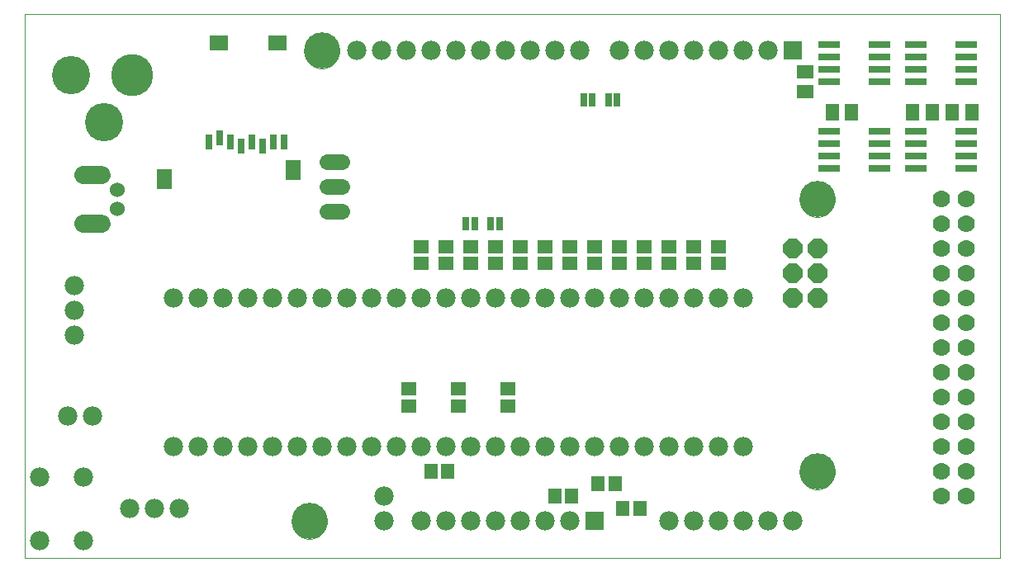
<source format=gbs>
G75*
G70*
%OFA0B0*%
%FSLAX24Y24*%
%IPPOS*%
%LPD*%
%AMOC8*
5,1,8,0,0,1.08239X$1,22.5*
%
%ADD10C,0.0000*%
%ADD11C,0.1457*%
%ADD12C,0.0780*%
%ADD13R,0.0780X0.0780*%
%ADD14OC8,0.0780*%
%ADD15C,0.0600*%
%ADD16C,0.1700*%
%ADD17C,0.1542*%
%ADD18C,0.0745*%
%ADD19C,0.0640*%
%ADD20C,0.0700*%
%ADD21R,0.0591X0.0788*%
%ADD22R,0.0749X0.0591*%
%ADD23R,0.0316X0.0631*%
%ADD24R,0.0906X0.0276*%
%ADD25R,0.0552X0.0670*%
%ADD26R,0.0670X0.0552*%
%ADD27R,0.0290X0.0540*%
%ADD28R,0.0631X0.0552*%
%ADD29R,0.0552X0.0631*%
D10*
X001500Y003413D02*
X001500Y025409D01*
X040870Y025409D01*
X040870Y003413D01*
X001500Y003413D01*
X012291Y004913D02*
X012293Y004966D01*
X012299Y005019D01*
X012309Y005071D01*
X012322Y005122D01*
X012340Y005172D01*
X012361Y005221D01*
X012386Y005268D01*
X012414Y005312D01*
X012446Y005355D01*
X012480Y005395D01*
X012518Y005433D01*
X012558Y005467D01*
X012601Y005499D01*
X012646Y005527D01*
X012692Y005552D01*
X012741Y005573D01*
X012791Y005591D01*
X012842Y005604D01*
X012894Y005614D01*
X012947Y005620D01*
X013000Y005622D01*
X013053Y005620D01*
X013106Y005614D01*
X013158Y005604D01*
X013209Y005591D01*
X013259Y005573D01*
X013308Y005552D01*
X013355Y005527D01*
X013399Y005499D01*
X013442Y005467D01*
X013482Y005433D01*
X013520Y005395D01*
X013554Y005355D01*
X013586Y005312D01*
X013614Y005267D01*
X013639Y005221D01*
X013660Y005172D01*
X013678Y005122D01*
X013691Y005071D01*
X013701Y005019D01*
X013707Y004966D01*
X013709Y004913D01*
X013707Y004860D01*
X013701Y004807D01*
X013691Y004755D01*
X013678Y004704D01*
X013660Y004654D01*
X013639Y004605D01*
X013614Y004558D01*
X013586Y004514D01*
X013554Y004471D01*
X013520Y004431D01*
X013482Y004393D01*
X013442Y004359D01*
X013399Y004327D01*
X013354Y004299D01*
X013308Y004274D01*
X013259Y004253D01*
X013209Y004235D01*
X013158Y004222D01*
X013106Y004212D01*
X013053Y004206D01*
X013000Y004204D01*
X012947Y004206D01*
X012894Y004212D01*
X012842Y004222D01*
X012791Y004235D01*
X012741Y004253D01*
X012692Y004274D01*
X012645Y004299D01*
X012601Y004327D01*
X012558Y004359D01*
X012518Y004393D01*
X012480Y004431D01*
X012446Y004471D01*
X012414Y004514D01*
X012386Y004559D01*
X012361Y004605D01*
X012340Y004654D01*
X012322Y004704D01*
X012309Y004755D01*
X012299Y004807D01*
X012293Y004860D01*
X012291Y004913D01*
X032791Y006913D02*
X032793Y006966D01*
X032799Y007019D01*
X032809Y007071D01*
X032822Y007122D01*
X032840Y007172D01*
X032861Y007221D01*
X032886Y007268D01*
X032914Y007312D01*
X032946Y007355D01*
X032980Y007395D01*
X033018Y007433D01*
X033058Y007467D01*
X033101Y007499D01*
X033146Y007527D01*
X033192Y007552D01*
X033241Y007573D01*
X033291Y007591D01*
X033342Y007604D01*
X033394Y007614D01*
X033447Y007620D01*
X033500Y007622D01*
X033553Y007620D01*
X033606Y007614D01*
X033658Y007604D01*
X033709Y007591D01*
X033759Y007573D01*
X033808Y007552D01*
X033855Y007527D01*
X033899Y007499D01*
X033942Y007467D01*
X033982Y007433D01*
X034020Y007395D01*
X034054Y007355D01*
X034086Y007312D01*
X034114Y007267D01*
X034139Y007221D01*
X034160Y007172D01*
X034178Y007122D01*
X034191Y007071D01*
X034201Y007019D01*
X034207Y006966D01*
X034209Y006913D01*
X034207Y006860D01*
X034201Y006807D01*
X034191Y006755D01*
X034178Y006704D01*
X034160Y006654D01*
X034139Y006605D01*
X034114Y006558D01*
X034086Y006514D01*
X034054Y006471D01*
X034020Y006431D01*
X033982Y006393D01*
X033942Y006359D01*
X033899Y006327D01*
X033854Y006299D01*
X033808Y006274D01*
X033759Y006253D01*
X033709Y006235D01*
X033658Y006222D01*
X033606Y006212D01*
X033553Y006206D01*
X033500Y006204D01*
X033447Y006206D01*
X033394Y006212D01*
X033342Y006222D01*
X033291Y006235D01*
X033241Y006253D01*
X033192Y006274D01*
X033145Y006299D01*
X033101Y006327D01*
X033058Y006359D01*
X033018Y006393D01*
X032980Y006431D01*
X032946Y006471D01*
X032914Y006514D01*
X032886Y006559D01*
X032861Y006605D01*
X032840Y006654D01*
X032822Y006704D01*
X032809Y006755D01*
X032799Y006807D01*
X032793Y006860D01*
X032791Y006913D01*
X032791Y017913D02*
X032793Y017966D01*
X032799Y018019D01*
X032809Y018071D01*
X032822Y018122D01*
X032840Y018172D01*
X032861Y018221D01*
X032886Y018268D01*
X032914Y018312D01*
X032946Y018355D01*
X032980Y018395D01*
X033018Y018433D01*
X033058Y018467D01*
X033101Y018499D01*
X033146Y018527D01*
X033192Y018552D01*
X033241Y018573D01*
X033291Y018591D01*
X033342Y018604D01*
X033394Y018614D01*
X033447Y018620D01*
X033500Y018622D01*
X033553Y018620D01*
X033606Y018614D01*
X033658Y018604D01*
X033709Y018591D01*
X033759Y018573D01*
X033808Y018552D01*
X033855Y018527D01*
X033899Y018499D01*
X033942Y018467D01*
X033982Y018433D01*
X034020Y018395D01*
X034054Y018355D01*
X034086Y018312D01*
X034114Y018267D01*
X034139Y018221D01*
X034160Y018172D01*
X034178Y018122D01*
X034191Y018071D01*
X034201Y018019D01*
X034207Y017966D01*
X034209Y017913D01*
X034207Y017860D01*
X034201Y017807D01*
X034191Y017755D01*
X034178Y017704D01*
X034160Y017654D01*
X034139Y017605D01*
X034114Y017558D01*
X034086Y017514D01*
X034054Y017471D01*
X034020Y017431D01*
X033982Y017393D01*
X033942Y017359D01*
X033899Y017327D01*
X033854Y017299D01*
X033808Y017274D01*
X033759Y017253D01*
X033709Y017235D01*
X033658Y017222D01*
X033606Y017212D01*
X033553Y017206D01*
X033500Y017204D01*
X033447Y017206D01*
X033394Y017212D01*
X033342Y017222D01*
X033291Y017235D01*
X033241Y017253D01*
X033192Y017274D01*
X033145Y017299D01*
X033101Y017327D01*
X033058Y017359D01*
X033018Y017393D01*
X032980Y017431D01*
X032946Y017471D01*
X032914Y017514D01*
X032886Y017559D01*
X032861Y017605D01*
X032840Y017654D01*
X032822Y017704D01*
X032809Y017755D01*
X032799Y017807D01*
X032793Y017860D01*
X032791Y017913D01*
X012791Y023913D02*
X012793Y023966D01*
X012799Y024019D01*
X012809Y024071D01*
X012822Y024122D01*
X012840Y024172D01*
X012861Y024221D01*
X012886Y024268D01*
X012914Y024312D01*
X012946Y024355D01*
X012980Y024395D01*
X013018Y024433D01*
X013058Y024467D01*
X013101Y024499D01*
X013146Y024527D01*
X013192Y024552D01*
X013241Y024573D01*
X013291Y024591D01*
X013342Y024604D01*
X013394Y024614D01*
X013447Y024620D01*
X013500Y024622D01*
X013553Y024620D01*
X013606Y024614D01*
X013658Y024604D01*
X013709Y024591D01*
X013759Y024573D01*
X013808Y024552D01*
X013855Y024527D01*
X013899Y024499D01*
X013942Y024467D01*
X013982Y024433D01*
X014020Y024395D01*
X014054Y024355D01*
X014086Y024312D01*
X014114Y024267D01*
X014139Y024221D01*
X014160Y024172D01*
X014178Y024122D01*
X014191Y024071D01*
X014201Y024019D01*
X014207Y023966D01*
X014209Y023913D01*
X014207Y023860D01*
X014201Y023807D01*
X014191Y023755D01*
X014178Y023704D01*
X014160Y023654D01*
X014139Y023605D01*
X014114Y023558D01*
X014086Y023514D01*
X014054Y023471D01*
X014020Y023431D01*
X013982Y023393D01*
X013942Y023359D01*
X013899Y023327D01*
X013854Y023299D01*
X013808Y023274D01*
X013759Y023253D01*
X013709Y023235D01*
X013658Y023222D01*
X013606Y023212D01*
X013553Y023206D01*
X013500Y023204D01*
X013447Y023206D01*
X013394Y023212D01*
X013342Y023222D01*
X013291Y023235D01*
X013241Y023253D01*
X013192Y023274D01*
X013145Y023299D01*
X013101Y023327D01*
X013058Y023359D01*
X013018Y023393D01*
X012980Y023431D01*
X012946Y023471D01*
X012914Y023514D01*
X012886Y023559D01*
X012861Y023605D01*
X012840Y023654D01*
X012822Y023704D01*
X012809Y023755D01*
X012799Y023807D01*
X012793Y023860D01*
X012791Y023913D01*
D11*
X013500Y023913D03*
X033500Y017913D03*
X033500Y006913D03*
X013000Y004913D03*
D12*
X016000Y004913D03*
X016000Y005913D03*
X017500Y004913D03*
X018500Y004913D03*
X019500Y004913D03*
X020500Y004913D03*
X021500Y004913D03*
X022500Y004913D03*
X023500Y004913D03*
X027500Y004913D03*
X028500Y004913D03*
X029500Y004913D03*
X030500Y004913D03*
X031500Y004913D03*
X032500Y004913D03*
X030500Y007913D03*
X029500Y007913D03*
X028500Y007913D03*
X027500Y007913D03*
X026500Y007913D03*
X025500Y007913D03*
X024500Y007913D03*
X023500Y007913D03*
X022500Y007913D03*
X021500Y007913D03*
X020500Y007913D03*
X019500Y007913D03*
X018500Y007913D03*
X017500Y007913D03*
X016500Y007913D03*
X015500Y007913D03*
X014500Y007913D03*
X013500Y007913D03*
X012500Y007913D03*
X011500Y007913D03*
X010500Y007913D03*
X009500Y007913D03*
X008500Y007913D03*
X007500Y007913D03*
X004250Y009163D03*
X003250Y009163D03*
X003890Y006693D03*
X002110Y006693D03*
X005750Y005413D03*
X006750Y005413D03*
X007750Y005413D03*
X003890Y004133D03*
X002110Y004133D03*
X003500Y012413D03*
X003500Y013413D03*
X003500Y014413D03*
X007500Y013913D03*
X008500Y013913D03*
X009500Y013913D03*
X010500Y013913D03*
X011500Y013913D03*
X012500Y013913D03*
X013500Y013913D03*
X014500Y013913D03*
X015500Y013913D03*
X016500Y013913D03*
X017500Y013913D03*
X018500Y013913D03*
X019500Y013913D03*
X020500Y013913D03*
X021500Y013913D03*
X022500Y013913D03*
X023500Y013913D03*
X024500Y013913D03*
X025500Y013913D03*
X026500Y013913D03*
X027500Y013913D03*
X028500Y013913D03*
X029500Y013913D03*
X030500Y013913D03*
X030500Y023913D03*
X029500Y023913D03*
X028500Y023913D03*
X027500Y023913D03*
X026500Y023913D03*
X025500Y023913D03*
X023900Y023913D03*
X022900Y023913D03*
X021900Y023913D03*
X020900Y023913D03*
X019900Y023913D03*
X018900Y023913D03*
X017900Y023913D03*
X016900Y023913D03*
X015900Y023913D03*
X014900Y023913D03*
X031500Y023913D03*
D13*
X032500Y023913D03*
X024500Y004913D03*
D14*
X032500Y013913D03*
X033500Y013913D03*
X033500Y014913D03*
X032500Y014913D03*
X032500Y015913D03*
X033500Y015913D03*
D15*
X005250Y017519D03*
X005250Y018307D03*
D16*
X005854Y022913D03*
D17*
X003394Y022913D03*
X004732Y021023D03*
D18*
X004603Y018897D02*
X003898Y018897D01*
X003898Y016929D02*
X004603Y016929D01*
D19*
X013700Y017413D02*
X014300Y017413D01*
X014300Y018413D02*
X013700Y018413D01*
X013700Y019413D02*
X014300Y019413D01*
D20*
X038500Y017913D03*
X039500Y017913D03*
X039500Y016913D03*
X038500Y016913D03*
X038500Y015913D03*
X039500Y015913D03*
X039500Y014913D03*
X038500Y014913D03*
X038500Y013913D03*
X039500Y013913D03*
X039500Y012913D03*
X038500Y012913D03*
X038500Y011913D03*
X039500Y011913D03*
X039500Y010913D03*
X038500Y010913D03*
X038500Y009913D03*
X039500Y009913D03*
X039500Y008913D03*
X038500Y008913D03*
X038500Y007913D03*
X039500Y007913D03*
X039500Y006913D03*
X038500Y006913D03*
X038500Y005913D03*
X039500Y005913D03*
D21*
X012343Y019082D03*
X007146Y018728D03*
D22*
X009350Y024240D03*
X011713Y024240D03*
D23*
X009390Y020381D03*
X009823Y020224D03*
X010256Y020067D03*
X010689Y020224D03*
X011122Y020067D03*
X011555Y020224D03*
X011988Y020224D03*
X008957Y020224D03*
D24*
X033976Y020163D03*
X033976Y019663D03*
X033976Y019163D03*
X036024Y019163D03*
X036024Y019663D03*
X036024Y020163D03*
X036024Y020663D03*
X037476Y020663D03*
X037476Y020163D03*
X037476Y019663D03*
X037476Y019163D03*
X039524Y019163D03*
X039524Y019663D03*
X039524Y020163D03*
X039524Y020663D03*
X039524Y022663D03*
X039524Y023163D03*
X039524Y023663D03*
X039524Y024163D03*
X037476Y024163D03*
X037476Y023663D03*
X037476Y023163D03*
X037476Y022663D03*
X036024Y022663D03*
X036024Y023163D03*
X036024Y023663D03*
X036024Y024163D03*
X033976Y024163D03*
X033976Y023663D03*
X033976Y023163D03*
X033976Y022663D03*
X033976Y020663D03*
D25*
X034106Y021413D03*
X034894Y021413D03*
X037356Y021413D03*
X038144Y021413D03*
X038956Y021413D03*
X039744Y021413D03*
D26*
X033000Y022269D03*
X033000Y023057D03*
D27*
X025427Y021913D03*
X025073Y021913D03*
X024427Y021913D03*
X024073Y021913D03*
X020677Y016913D03*
X020323Y016913D03*
X019677Y016913D03*
X019323Y016913D03*
D28*
X019500Y015998D03*
X018500Y015998D03*
X018500Y015328D03*
X019500Y015328D03*
X020500Y015328D03*
X020500Y015998D03*
X021500Y015998D03*
X021500Y015328D03*
X022500Y015328D03*
X022500Y015998D03*
X023500Y015998D03*
X024500Y015998D03*
X024500Y015328D03*
X023500Y015328D03*
X025500Y015328D03*
X025500Y015998D03*
X026500Y015998D03*
X026500Y015328D03*
X027500Y015328D03*
X027500Y015998D03*
X028500Y015998D03*
X029500Y015998D03*
X029500Y015328D03*
X028500Y015328D03*
X021000Y010248D03*
X021000Y009578D03*
X019000Y009578D03*
X019000Y010248D03*
X017000Y010248D03*
X017000Y009578D03*
X017500Y015328D03*
X017500Y015998D03*
D29*
X017915Y006913D03*
X018585Y006913D03*
X022915Y005913D03*
X023585Y005913D03*
X024665Y006413D03*
X025335Y006413D03*
X025665Y005413D03*
X026335Y005413D03*
M02*

</source>
